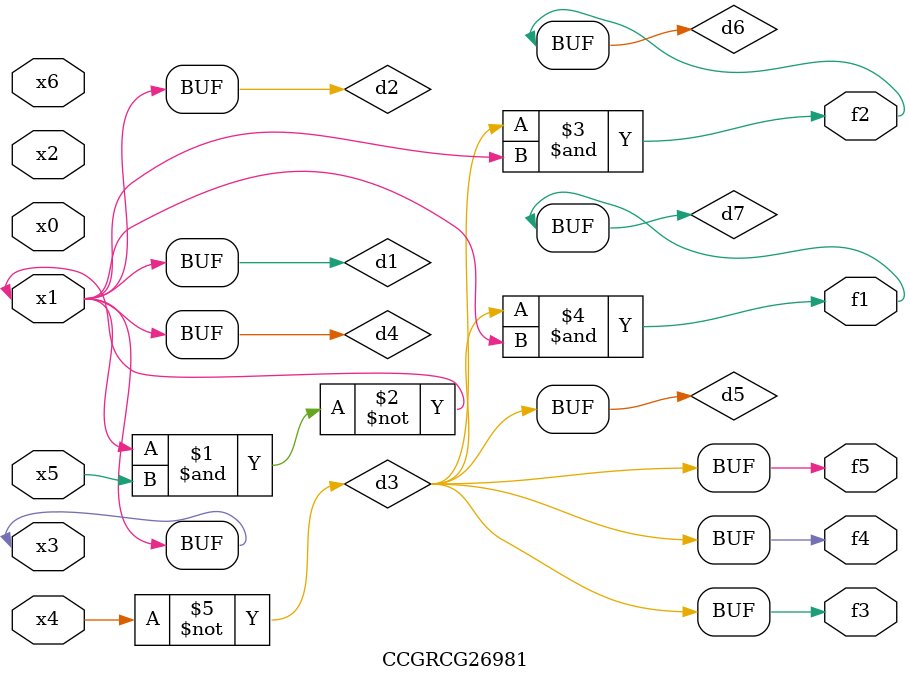
<source format=v>
module CCGRCG26981(
	input x0, x1, x2, x3, x4, x5, x6,
	output f1, f2, f3, f4, f5
);

	wire d1, d2, d3, d4, d5, d6, d7;

	buf (d1, x1, x3);
	nand (d2, x1, x5);
	not (d3, x4);
	buf (d4, d1, d2);
	buf (d5, d3);
	and (d6, d3, d4);
	and (d7, d3, d4);
	assign f1 = d7;
	assign f2 = d6;
	assign f3 = d5;
	assign f4 = d5;
	assign f5 = d5;
endmodule

</source>
